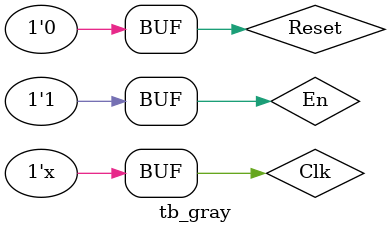
<source format=v>
`timescale 1ns / 1ps


module tb_gray;

	// Inputs
	reg Clk;
	reg Reset;
	reg En;

	// Outputs
	wire [2:0] Output;
	wire Overflow;

	// Instantiate the Unit Under Test (UUT)
	gray uut (
		.Clk(Clk), 
		.Reset(Reset), 
		.En(En), 
		.Output(Output), 
		.Overflow(Overflow)
	);

	initial begin
		Clk = 0;
		Reset = 0;
		En = 0;
		#5;
		En = 1;
		#10;
		Reset = 1;
		#15;
		Reset = 0;
		#50;
		Reset = 1;
		#53;
		Reset = 0;
		

	end
	
	always #1 Clk=~Clk;
      
endmodule


</source>
